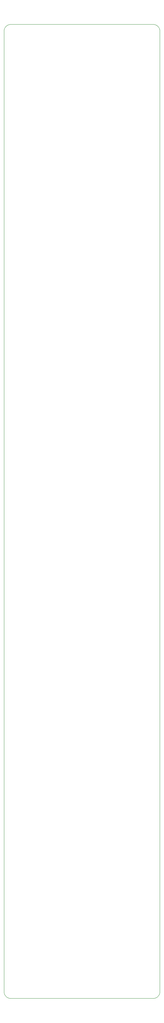
<source format=gbr>
%TF.GenerationSoftware,KiCad,Pcbnew,8.0.2*%
%TF.CreationDate,2024-06-10T17:16:31-04:00*%
%TF.ProjectId,heater,68656174-6572-42e6-9b69-6361645f7063,rev?*%
%TF.SameCoordinates,Original*%
%TF.FileFunction,Profile,NP*%
%FSLAX46Y46*%
G04 Gerber Fmt 4.6, Leading zero omitted, Abs format (unit mm)*
G04 Created by KiCad (PCBNEW 8.0.2) date 2024-06-10 17:16:31*
%MOMM*%
%LPD*%
G01*
G04 APERTURE LIST*
%TA.AperFunction,Profile*%
%ADD10C,0.150000*%
%TD*%
G04 APERTURE END LIST*
D10*
X476500000Y-50000000D02*
G75*
G02*
X480000000Y-53500000I0J-3500000D01*
G01*
X403500000Y-550000000D02*
X476500000Y-550000000D01*
X480000000Y-546500000D02*
X480000000Y-53500000D01*
X480000000Y-546500000D02*
G75*
G02*
X476500000Y-550000000I-3500000J0D01*
G01*
X400000000Y-53500000D02*
X400000000Y-546500000D01*
X400000000Y-53500000D02*
G75*
G02*
X403500000Y-50000000I3500000J0D01*
G01*
X403500000Y-550000000D02*
G75*
G02*
X400000000Y-546500000I0J3500000D01*
G01*
X476500000Y-50000000D02*
X403500000Y-50000000D01*
M02*

</source>
